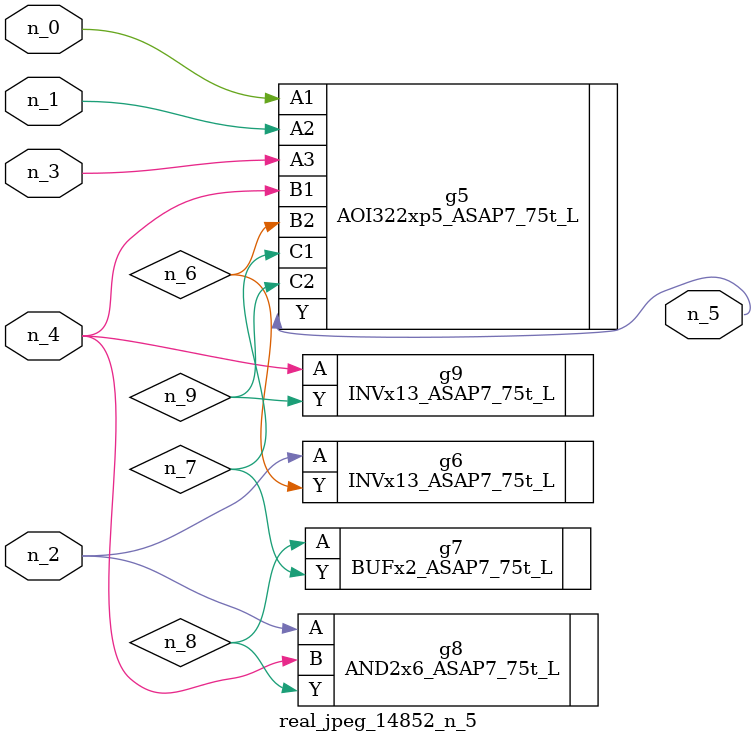
<source format=v>
module real_jpeg_14852_n_5 (n_4, n_0, n_1, n_2, n_3, n_5);

input n_4;
input n_0;
input n_1;
input n_2;
input n_3;

output n_5;

wire n_8;
wire n_6;
wire n_7;
wire n_9;

AOI322xp5_ASAP7_75t_L g5 ( 
.A1(n_0),
.A2(n_1),
.A3(n_3),
.B1(n_4),
.B2(n_6),
.C1(n_7),
.C2(n_9),
.Y(n_5)
);

INVx13_ASAP7_75t_L g6 ( 
.A(n_2),
.Y(n_6)
);

AND2x6_ASAP7_75t_L g8 ( 
.A(n_2),
.B(n_4),
.Y(n_8)
);

INVx13_ASAP7_75t_L g9 ( 
.A(n_4),
.Y(n_9)
);

BUFx2_ASAP7_75t_L g7 ( 
.A(n_8),
.Y(n_7)
);


endmodule
</source>
